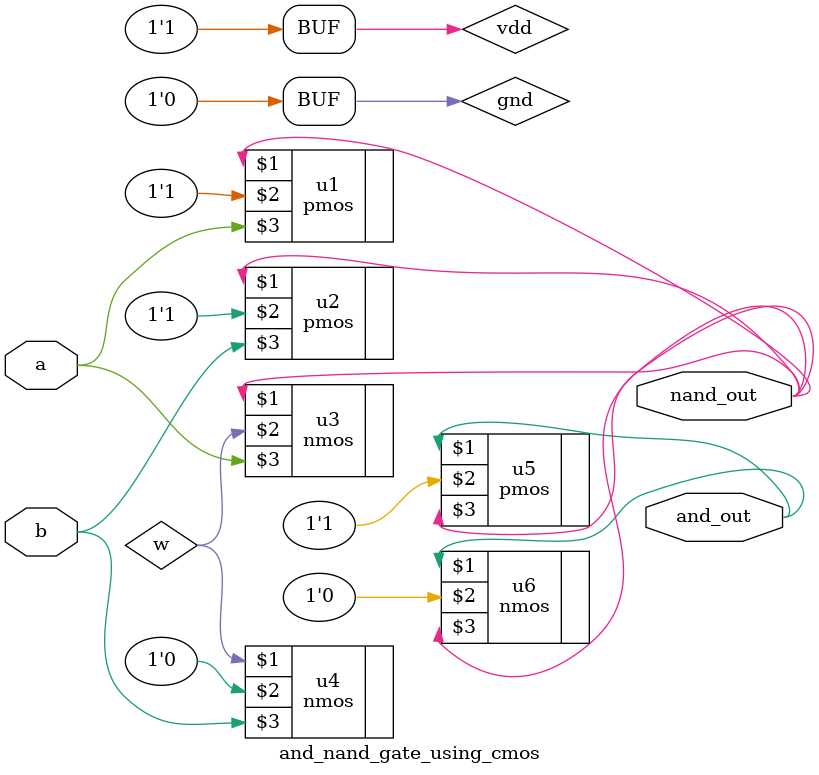
<source format=v>
`timescale 1ns / 1ps
module and_nand_gate_using_cmos(input a,b,output and_out,nand_out);
wire w;
supply1 vdd;
supply0  gnd;
pmos u1(nand_out,vdd,a);
pmos u2(nand_out,vdd,b);
nmos u3(nand_out,w,a);
nmos u4(w,gnd,b);

pmos u5(and_out,vdd,nand_out);
nmos u6(and_out,gnd,nand_out);
endmodule


</source>
